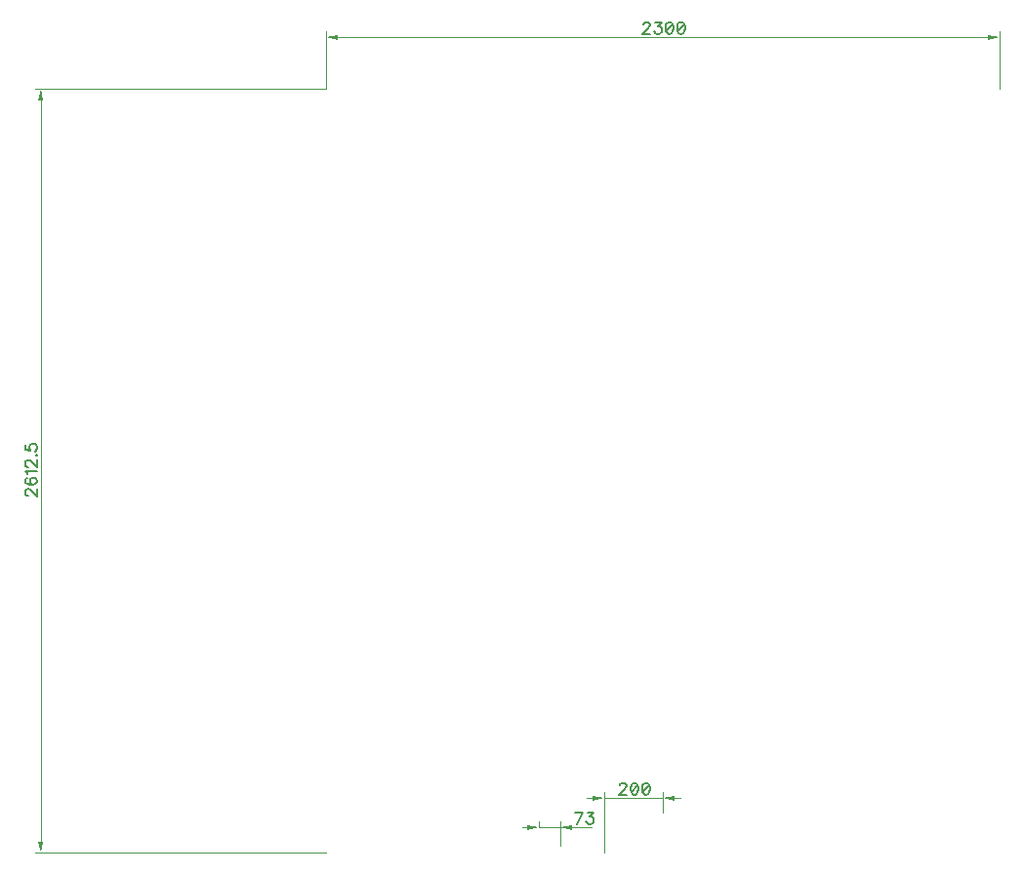
<source format=gbr>
G04 DipTrace 3.0.0.2*
G04 TopDimension.gbr*
%MOIN*%
G04 #@! TF.FileFunction,Drawing,Top*
G04 #@! TF.Part,Single*
%ADD13C,0.001378*%
%ADD98C,0.006176*%
%FSLAX26Y26*%
G04*
G70*
G90*
G75*
G01*
G04 TopDimension*
%LPD*%
X393701Y3006201D2*
D13*
X-600984D1*
X393701Y393701D2*
X-600984D1*
X-581299Y1699951D2*
Y2966831D1*
G36*
Y3006201D2*
X-573425Y2966831D1*
X-589173D1*
X-581299Y3006201D1*
G37*
Y1699951D2*
D13*
Y433071D1*
G36*
Y393701D2*
X-589173Y433071D1*
X-573425D1*
X-581299Y393701D1*
G37*
X393701Y3006201D2*
D13*
Y3200886D1*
X2693701Y3006201D2*
Y3200886D1*
X1543701Y3181201D2*
X433071D1*
G36*
X393701D2*
X433071Y3189075D1*
Y3173327D1*
X393701Y3181201D1*
G37*
X1543701D2*
D13*
X2654331D1*
G36*
X2693701D2*
X2654331Y3173327D1*
Y3189075D1*
X2693701Y3181201D1*
G37*
X1343701Y393701D2*
D13*
Y600886D1*
X1543701Y531201D2*
Y600886D1*
X1343701Y581201D2*
X1543701D1*
X1284646D2*
X1304331D1*
G36*
X1343701D2*
X1304331Y573327D1*
Y589075D1*
X1343701Y581201D1*
G37*
X1602756D2*
D13*
X1583071D1*
G36*
X1543701D2*
X1583071Y589075D1*
Y573327D1*
X1543701Y581201D1*
G37*
X1120701Y481201D2*
D13*
Y500886D1*
X1193701Y418701D2*
Y500886D1*
X1120701Y481201D2*
X1193701D1*
X1061646D2*
X1081331D1*
G36*
X1120701D2*
X1081331Y473327D1*
Y489075D1*
X1120701Y481201D1*
G37*
X1252756D2*
D13*
X1233071D1*
G36*
X1193701D2*
X1233071Y489075D1*
Y473327D1*
X1193701Y481201D1*
G37*
X1299012D2*
D13*
X1193701D1*
X-624107Y1614768D2*
D98*
X-626008D1*
X-629855Y1616670D1*
X-631756Y1618571D1*
X-633658Y1622418D1*
Y1630067D1*
X-631756Y1633870D1*
X-629855Y1635771D1*
X-626008Y1637716D1*
X-622206D1*
X-618359Y1635771D1*
X-612655Y1631968D1*
X-593510Y1612823D1*
Y1639618D1*
X-627954Y1674917D2*
X-631756Y1673016D1*
X-633658Y1667268D1*
Y1663465D1*
X-631756Y1657717D1*
X-626008Y1653870D1*
X-616458Y1651969D1*
X-606907D1*
X-599258Y1653870D1*
X-595411Y1657717D1*
X-593510Y1663465D1*
Y1665366D1*
X-595411Y1671070D1*
X-599258Y1674917D1*
X-605006Y1676818D1*
X-606907D1*
X-612655Y1674917D1*
X-616458Y1671070D1*
X-618359Y1665366D1*
Y1663465D1*
X-616458Y1657717D1*
X-612655Y1653870D1*
X-606907Y1651969D1*
X-626008Y1689170D2*
X-627954Y1693016D1*
X-633658Y1698764D1*
X-593510D1*
X-624107Y1713061D2*
X-626008D1*
X-629855Y1714963D1*
X-631756Y1716864D1*
X-633658Y1720711D1*
Y1728360D1*
X-631756Y1732162D1*
X-629855Y1734064D1*
X-626008Y1736009D1*
X-622206D1*
X-618359Y1734064D1*
X-612655Y1730261D1*
X-593510Y1711116D1*
Y1737910D1*
X-597357Y1752163D2*
X-595411Y1750262D1*
X-593510Y1752163D1*
X-595411Y1754109D1*
X-597357Y1752163D1*
X-633658Y1789408D2*
Y1770307D1*
X-616458Y1768406D1*
X-618359Y1770307D1*
X-620304Y1776055D1*
Y1781759D1*
X-618359Y1787507D1*
X-614556Y1791353D1*
X-608808Y1793255D1*
X-605006D1*
X-599258Y1791353D1*
X-595411Y1787507D1*
X-593510Y1781759D1*
Y1776055D1*
X-595411Y1770307D1*
X-597357Y1768406D1*
X-601159Y1766460D1*
X1476618Y3224009D2*
Y3225910D1*
X1478519Y3229757D1*
X1480420Y3231658D1*
X1484267Y3233560D1*
X1491917D1*
X1495719Y3231658D1*
X1497620Y3229757D1*
X1499566Y3225910D1*
Y3222108D1*
X1497620Y3218261D1*
X1493818Y3212557D1*
X1474672Y3193412D1*
X1501467D1*
X1517665Y3233560D2*
X1538668D1*
X1527216Y3218261D1*
X1532964D1*
X1536766Y3216360D1*
X1538668Y3214458D1*
X1540613Y3208710D1*
Y3204908D1*
X1538668Y3199160D1*
X1534865Y3195313D1*
X1529117Y3193412D1*
X1523369D1*
X1517665Y3195313D1*
X1515764Y3197259D1*
X1513818Y3201061D1*
X1564461Y3233560D2*
X1558713Y3231658D1*
X1554866Y3225910D1*
X1552965Y3216360D1*
Y3210612D1*
X1554866Y3201061D1*
X1558713Y3195313D1*
X1564461Y3193412D1*
X1568263D1*
X1574011Y3195313D1*
X1577814Y3201061D1*
X1579759Y3210612D1*
Y3216360D1*
X1577814Y3225910D1*
X1574011Y3231658D1*
X1568263Y3233560D1*
X1564461D1*
X1577814Y3225910D2*
X1554866Y3201061D1*
X1603607Y3233560D2*
X1597859Y3231658D1*
X1594012Y3225910D1*
X1592111Y3216360D1*
Y3210612D1*
X1594012Y3201061D1*
X1597859Y3195313D1*
X1603607Y3193412D1*
X1607409D1*
X1613157Y3195313D1*
X1616960Y3201061D1*
X1618905Y3210612D1*
Y3216360D1*
X1616960Y3225910D1*
X1613157Y3231658D1*
X1607409Y3233560D1*
X1603607D1*
X1616960Y3225910D2*
X1594012Y3201061D1*
X1396191Y624009D2*
Y625910D1*
X1398092Y629757D1*
X1399993Y631658D1*
X1403840Y633560D1*
X1411490D1*
X1415292Y631658D1*
X1417193Y629757D1*
X1419139Y625910D1*
Y622108D1*
X1417193Y618261D1*
X1413391Y612557D1*
X1394245Y593412D1*
X1421040D1*
X1444888Y633560D2*
X1439140Y631658D1*
X1435293Y625910D1*
X1433392Y616360D1*
Y610612D1*
X1435293Y601061D1*
X1439140Y595313D1*
X1444888Y593412D1*
X1448690D1*
X1454438Y595313D1*
X1458241Y601061D1*
X1460186Y610612D1*
Y616360D1*
X1458241Y625910D1*
X1454438Y631658D1*
X1448690Y633560D1*
X1444888D1*
X1458241Y625910D2*
X1435293Y601061D1*
X1484034Y633560D2*
X1478286Y631658D1*
X1474439Y625910D1*
X1472538Y616360D1*
Y610612D1*
X1474439Y601061D1*
X1478286Y595313D1*
X1484034Y593412D1*
X1487836D1*
X1493584Y595313D1*
X1497387Y601061D1*
X1499332Y610612D1*
Y616360D1*
X1497387Y625910D1*
X1493584Y631658D1*
X1487836Y633560D1*
X1484034D1*
X1497387Y625910D2*
X1474439Y601061D1*
X1249984Y493412D2*
X1269129Y533560D1*
X1242335D1*
X1285327D2*
X1306330D1*
X1294878Y518261D1*
X1300626D1*
X1304429Y516360D1*
X1306330Y514458D1*
X1308275Y508710D1*
Y504908D1*
X1306330Y499160D1*
X1302527Y495313D1*
X1296779Y493412D1*
X1291031D1*
X1285327Y495313D1*
X1283426Y497259D1*
X1281481Y501061D1*
M02*

</source>
